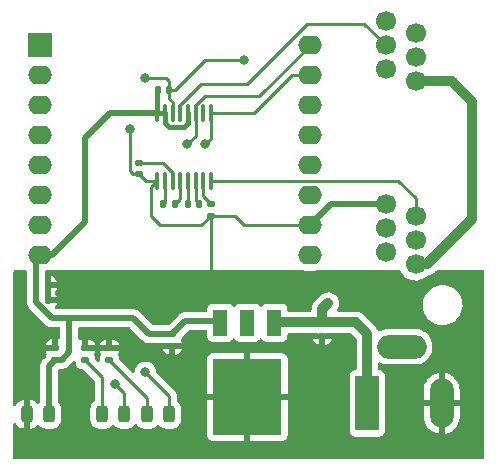
<source format=gtl>
%TF.GenerationSoftware,KiCad,Pcbnew,6.0.6-3a73a75311~116~ubuntu21.10.1*%
%TF.CreationDate,2022-12-30T19:01:53+10:00*%
%TF.ProjectId,SkyEcho2FlarmHat,536b7945-6368-46f3-9246-6c61726d4861,rev?*%
%TF.SameCoordinates,Original*%
%TF.FileFunction,Copper,L1,Top*%
%TF.FilePolarity,Positive*%
%FSLAX46Y46*%
G04 Gerber Fmt 4.6, Leading zero omitted, Abs format (unit mm)*
G04 Created by KiCad (PCBNEW 6.0.6-3a73a75311~116~ubuntu21.10.1) date 2022-12-30 19:01:53*
%MOMM*%
%LPD*%
G01*
G04 APERTURE LIST*
G04 Aperture macros list*
%AMRoundRect*
0 Rectangle with rounded corners*
0 $1 Rounding radius*
0 $2 $3 $4 $5 $6 $7 $8 $9 X,Y pos of 4 corners*
0 Add a 4 corners polygon primitive as box body*
4,1,4,$2,$3,$4,$5,$6,$7,$8,$9,$2,$3,0*
0 Add four circle primitives for the rounded corners*
1,1,$1+$1,$2,$3*
1,1,$1+$1,$4,$5*
1,1,$1+$1,$6,$7*
1,1,$1+$1,$8,$9*
0 Add four rect primitives between the rounded corners*
20,1,$1+$1,$2,$3,$4,$5,0*
20,1,$1+$1,$4,$5,$6,$7,0*
20,1,$1+$1,$6,$7,$8,$9,0*
20,1,$1+$1,$8,$9,$2,$3,0*%
G04 Aperture macros list end*
%TA.AperFunction,ComponentPad*%
%ADD10R,2.000000X4.600000*%
%TD*%
%TA.AperFunction,ComponentPad*%
%ADD11O,2.000000X4.200000*%
%TD*%
%TA.AperFunction,ComponentPad*%
%ADD12O,4.200000X2.000000*%
%TD*%
%TA.AperFunction,SMDPad,CuDef*%
%ADD13RoundRect,0.140000X-0.170000X0.140000X-0.170000X-0.140000X0.170000X-0.140000X0.170000X0.140000X0*%
%TD*%
%TA.AperFunction,ComponentPad*%
%ADD14C,1.700000*%
%TD*%
%TA.AperFunction,SMDPad,CuDef*%
%ADD15RoundRect,0.140000X-0.140000X-0.170000X0.140000X-0.170000X0.140000X0.170000X-0.140000X0.170000X0*%
%TD*%
%TA.AperFunction,SMDPad,CuDef*%
%ADD16RoundRect,0.135000X0.185000X-0.135000X0.185000X0.135000X-0.185000X0.135000X-0.185000X-0.135000X0*%
%TD*%
%TA.AperFunction,SMDPad,CuDef*%
%ADD17RoundRect,0.140000X0.170000X-0.140000X0.170000X0.140000X-0.170000X0.140000X-0.170000X-0.140000X0*%
%TD*%
%TA.AperFunction,SMDPad,CuDef*%
%ADD18RoundRect,0.100000X0.100000X-0.637500X0.100000X0.637500X-0.100000X0.637500X-0.100000X-0.637500X0*%
%TD*%
%TA.AperFunction,ComponentPad*%
%ADD19R,2.000000X2.000000*%
%TD*%
%TA.AperFunction,ComponentPad*%
%ADD20O,2.000000X1.600000*%
%TD*%
%TA.AperFunction,SMDPad,CuDef*%
%ADD21RoundRect,0.243750X-0.243750X-0.456250X0.243750X-0.456250X0.243750X0.456250X-0.243750X0.456250X0*%
%TD*%
%TA.AperFunction,SMDPad,CuDef*%
%ADD22R,1.200000X2.200000*%
%TD*%
%TA.AperFunction,SMDPad,CuDef*%
%ADD23R,5.800000X6.400000*%
%TD*%
%TA.AperFunction,ViaPad*%
%ADD24C,0.800000*%
%TD*%
%TA.AperFunction,Conductor*%
%ADD25C,0.508000*%
%TD*%
%TA.AperFunction,Conductor*%
%ADD26C,0.812800*%
%TD*%
%TA.AperFunction,Conductor*%
%ADD27C,0.254000*%
%TD*%
%TA.AperFunction,Conductor*%
%ADD28C,0.250000*%
%TD*%
%TA.AperFunction,Conductor*%
%ADD29C,0.381000*%
%TD*%
G04 APERTURE END LIST*
D10*
%TO.P,J1,1*%
%TO.N,+BATT*%
X103124000Y-67148000D03*
D11*
%TO.P,J1,2*%
%TO.N,GND*%
X109424000Y-67148000D03*
D12*
%TO.P,J1,3*%
%TO.N,N/C*%
X106024000Y-62348000D03*
%TD*%
D13*
%TO.P,C5,1*%
%TO.N,+3.3V*%
X86614000Y-61291000D03*
%TO.P,C5,2*%
%TO.N,GND*%
X86614000Y-62251000D03*
%TD*%
%TO.P,C4,1*%
%TO.N,+BATT*%
X99314000Y-60452000D03*
%TO.P,C4,2*%
%TO.N,GND*%
X99314000Y-61412000D03*
%TD*%
D14*
%TO.P,J3,6*%
%TO.N,+BATT*%
X107202000Y-55392000D03*
%TO.P,J3,5*%
%TO.N,unconnected-(J3-Pad5)*%
X104662000Y-54372000D03*
%TO.P,J3,4*%
%TO.N,unconnected-(J3-Pad4)*%
X107202000Y-53352000D03*
%TO.P,J3,3*%
%TO.N,unconnected-(J3-Pad3)*%
X104662000Y-52332000D03*
%TO.P,J3,2*%
%TO.N,FLARM_RS232_RX*%
X107202000Y-51312000D03*
%TO.P,J3,1*%
%TO.N,GND*%
X104662000Y-50292000D03*
%TD*%
%TO.P,J2,1*%
%TO.N,GND*%
X104662000Y-34798000D03*
%TO.P,J2,2*%
%TO.N,unconnected-(J2-Pad2)*%
X107202000Y-35818000D03*
%TO.P,J2,3*%
%TO.N,DISP_RS232_TX*%
X104662000Y-36838000D03*
%TO.P,J2,4*%
%TO.N,unconnected-(J2-Pad4)*%
X107202000Y-37858000D03*
%TO.P,J2,5*%
%TO.N,unconnected-(J2-Pad5)*%
X104662000Y-38878000D03*
%TO.P,J2,6*%
%TO.N,+BATT*%
X107202000Y-39898000D03*
%TD*%
D15*
%TO.P,C3,1*%
%TO.N,Net-(C3-Pad1)*%
X87912000Y-50292000D03*
%TO.P,C3,2*%
%TO.N,Net-(C3-Pad2)*%
X88872000Y-50292000D03*
%TD*%
D16*
%TO.P,R2,1*%
%TO.N,Net-(D3-Pad1)*%
X81280000Y-63502000D03*
%TO.P,R2,2*%
%TO.N,GND*%
X81280000Y-62482000D03*
%TD*%
D17*
%TO.P,C6,1*%
%TO.N,+3.3V*%
X76708000Y-63444000D03*
%TO.P,C6,2*%
%TO.N,GND*%
X76708000Y-62484000D03*
%TD*%
D18*
%TO.P,U2,1,~{EN}*%
%TO.N,GND*%
X85327000Y-48328500D03*
%TO.P,U2,2,C1+*%
%TO.N,Net-(C2-Pad1)*%
X85977000Y-48328500D03*
%TO.P,U2,3,V+*%
%TO.N,Net-(C7-Pad1)*%
X86627000Y-48328500D03*
%TO.P,U2,4,C1-*%
%TO.N,Net-(C2-Pad2)*%
X87277000Y-48328500D03*
%TO.P,U2,5,C2+*%
%TO.N,Net-(C3-Pad1)*%
X87927000Y-48328500D03*
%TO.P,U2,6,C2-*%
%TO.N,Net-(C3-Pad2)*%
X88577000Y-48328500D03*
%TO.P,U2,7,V-*%
%TO.N,Net-(C8-Pad2)*%
X89227000Y-48328500D03*
%TO.P,U2,8,RIN*%
%TO.N,FLARM_RS232_RX*%
X89877000Y-48328500D03*
%TO.P,U2,9,ROUT*%
%TO.N,FLARM_TTL_RX*%
X89877000Y-42603500D03*
%TO.P,U2,10,~{INVALID}*%
%TO.N,unconnected-(U2-Pad10)*%
X89227000Y-42603500D03*
%TO.P,U2,11,DIN*%
%TO.N,DISP_TTL_TX*%
X88577000Y-42603500D03*
%TO.P,U2,12,FORCEON*%
%TO.N,+3.3V*%
X87927000Y-42603500D03*
%TO.P,U2,13,DOUT*%
%TO.N,DISP_RS232_TX*%
X87277000Y-42603500D03*
%TO.P,U2,14,GND*%
%TO.N,GND*%
X86627000Y-42603500D03*
%TO.P,U2,15,VCC*%
%TO.N,+3.3V*%
X85977000Y-42603500D03*
%TO.P,U2,16,~{FORCEOFF}*%
X85327000Y-42603500D03*
%TD*%
D15*
%TO.P,C2,1*%
%TO.N,Net-(C2-Pad1)*%
X85852000Y-50292000D03*
%TO.P,C2,2*%
%TO.N,Net-(C2-Pad2)*%
X86812000Y-50292000D03*
%TD*%
D17*
%TO.P,C8,1*%
%TO.N,GND*%
X89888000Y-51252000D03*
%TO.P,C8,2*%
%TO.N,Net-(C8-Pad2)*%
X89888000Y-50292000D03*
%TD*%
D19*
%TO.P,U3,1,~{RST}*%
%TO.N,unconnected-(U3-Pad1)*%
X75415000Y-36830000D03*
D20*
%TO.P,U3,2,A0*%
%TO.N,unconnected-(U3-Pad2)*%
X75415000Y-39370000D03*
%TO.P,U3,3,D0*%
%TO.N,unconnected-(U3-Pad3)*%
X75415000Y-41910000D03*
%TO.P,U3,4,SCK/D5*%
%TO.N,unconnected-(U3-Pad4)*%
X75415000Y-44450000D03*
%TO.P,U3,5,MISO/D6*%
%TO.N,unconnected-(U3-Pad5)*%
X75415000Y-46990000D03*
%TO.P,U3,6,MOSI/D7*%
%TO.N,unconnected-(U3-Pad6)*%
X75415000Y-49530000D03*
%TO.P,U3,7,CS/D8*%
%TO.N,unconnected-(U3-Pad7)*%
X75415000Y-52070000D03*
%TO.P,U3,8,3V3*%
%TO.N,+3.3V*%
X75415000Y-54610000D03*
%TO.P,U3,9,5V*%
%TO.N,unconnected-(U3-Pad9)*%
X98275000Y-54610000D03*
%TO.P,U3,10,GND*%
%TO.N,GND*%
X98275000Y-52070000D03*
%TO.P,U3,11,D4*%
%TO.N,unconnected-(U3-Pad11)*%
X98275000Y-49530000D03*
%TO.P,U3,12,D3*%
%TO.N,unconnected-(U3-Pad12)*%
X98275000Y-46990000D03*
%TO.P,U3,13,SDA/D2*%
%TO.N,unconnected-(U3-Pad13)*%
X98275000Y-44450000D03*
%TO.P,U3,14,SCL/D1*%
%TO.N,unconnected-(U3-Pad14)*%
X98275000Y-41910000D03*
%TO.P,U3,15,RX*%
%TO.N,FLARM_TTL_RX*%
X98275000Y-39370000D03*
%TO.P,U3,16,TX*%
%TO.N,DISP_TTL_TX*%
X98275000Y-36830000D03*
%TD*%
D15*
%TO.P,C9,1*%
%TO.N,+3.3V*%
X75085000Y-58420000D03*
%TO.P,C9,2*%
%TO.N,GND*%
X76045000Y-58420000D03*
%TD*%
D21*
%TO.P,D3,1,K*%
%TO.N,Net-(D3-Pad1)*%
X84485000Y-68072000D03*
%TO.P,D3,2,A*%
%TO.N,FLARM_TTL_RX*%
X86360000Y-68072000D03*
%TD*%
D15*
%TO.P,C1,1*%
%TO.N,+3.3V*%
X85372000Y-40640000D03*
%TO.P,C1,2*%
%TO.N,GND*%
X86332000Y-40640000D03*
%TD*%
D21*
%TO.P,D2,1,K*%
%TO.N,Net-(D2-Pad1)*%
X80675000Y-68072000D03*
%TO.P,D2,2,A*%
%TO.N,DISP_TTL_TX*%
X82550000Y-68072000D03*
%TD*%
%TO.P,D1,1,K*%
%TO.N,GND*%
X74325000Y-68072000D03*
%TO.P,D1,2,A*%
%TO.N,+3.3V*%
X76200000Y-68072000D03*
%TD*%
D13*
%TO.P,C7,1*%
%TO.N,Net-(C7-Pad1)*%
X83792000Y-46792000D03*
%TO.P,C7,2*%
%TO.N,GND*%
X83792000Y-47752000D03*
%TD*%
D16*
%TO.P,R1,1*%
%TO.N,Net-(D2-Pad1)*%
X79248000Y-63502000D03*
%TO.P,R1,2*%
%TO.N,GND*%
X79248000Y-62482000D03*
%TD*%
D15*
%TO.P,C10,1*%
%TO.N,+3.3V*%
X75085000Y-57150000D03*
%TO.P,C10,2*%
%TO.N,GND*%
X76045000Y-57150000D03*
%TD*%
D22*
%TO.P,U1,1,VCC*%
%TO.N,+BATT*%
X95244000Y-60316000D03*
%TO.P,U1,2*%
%TO.N,N/C*%
X92964000Y-60316000D03*
%TO.P,U1,3,OUT*%
%TO.N,+3.3V*%
X90684000Y-60316000D03*
D23*
%TO.P,U1,4,FIN*%
%TO.N,GND*%
X92964000Y-66616000D03*
%TD*%
D24*
%TO.N,+BATT*%
X99822000Y-58674000D03*
%TO.N,GND*%
X92710000Y-38100000D03*
X83058000Y-43942000D03*
X84328000Y-39624000D03*
%TO.N,DISP_TTL_TX*%
X81788000Y-65532000D03*
X87884000Y-45212000D03*
%TO.N,FLARM_TTL_RX*%
X84328000Y-64516000D03*
X89408000Y-45212000D03*
%TD*%
D25*
%TO.N,+3.3V*%
X86614000Y-61291000D02*
X84659000Y-61291000D01*
X84659000Y-61291000D02*
X83312000Y-59944000D01*
X83312000Y-59944000D02*
X77724000Y-59944000D01*
X77880000Y-60100000D02*
X77724000Y-59944000D01*
X77880000Y-60296000D02*
X77880000Y-60100000D01*
X76418957Y-59944000D02*
X75085000Y-58610043D01*
X77724000Y-59944000D02*
X76418957Y-59944000D01*
X86614000Y-61291000D02*
X87707000Y-60198000D01*
X87707000Y-60198000D02*
X90566000Y-60198000D01*
X90566000Y-60198000D02*
X90684000Y-60316000D01*
D26*
%TO.N,+BATT*%
X99314000Y-60296000D02*
X99314000Y-59182000D01*
X99314000Y-59182000D02*
X99822000Y-58674000D01*
D27*
%TO.N,GND*%
X89408000Y-38100000D02*
X92710000Y-38100000D01*
X86868000Y-40640000D02*
X89408000Y-38100000D01*
X86332000Y-40640000D02*
X86868000Y-40640000D01*
D25*
X104662000Y-50292000D02*
X100053000Y-50292000D01*
X100053000Y-50292000D02*
X98275000Y-52070000D01*
D27*
X89888000Y-51252000D02*
X91892000Y-51252000D01*
X91892000Y-51252000D02*
X92710000Y-52070000D01*
X92710000Y-52070000D02*
X98275000Y-52070000D01*
D28*
%TO.N,FLARM_RS232_RX*%
X89877000Y-48328500D02*
X105732500Y-48328500D01*
X105732500Y-48328500D02*
X107202000Y-49798000D01*
X107202000Y-49798000D02*
X107202000Y-51312000D01*
D27*
%TO.N,DISP_RS232_TX*%
X87277000Y-42603500D02*
X87277000Y-41912131D01*
X98044000Y-35052000D02*
X102876000Y-35052000D01*
X87277000Y-41912131D02*
X89057131Y-40132000D01*
X89057131Y-40132000D02*
X92964000Y-40132000D01*
X92964000Y-40132000D02*
X98044000Y-35052000D01*
X102876000Y-35052000D02*
X104662000Y-36838000D01*
D26*
%TO.N,+BATT*%
X107202000Y-55392000D02*
X108184000Y-55392000D01*
X108184000Y-55392000D02*
X112014000Y-51562000D01*
X112014000Y-51562000D02*
X112014000Y-41656000D01*
X112014000Y-41656000D02*
X110256000Y-39898000D01*
X110256000Y-39898000D02*
X107202000Y-39898000D01*
X102135344Y-60296000D02*
X103124000Y-61284656D01*
X103124000Y-61284656D02*
X103124000Y-67148000D01*
D25*
%TO.N,+3.3V*%
X76708000Y-63444000D02*
X77272000Y-63444000D01*
D29*
X85977000Y-43384672D02*
X85977000Y-42603500D01*
X85327000Y-42603500D02*
X85327000Y-40685000D01*
X87927000Y-42603500D02*
X87927000Y-43384672D01*
D25*
X75085000Y-58610043D02*
X75085000Y-58420000D01*
X75085000Y-57150000D02*
X75085000Y-54940000D01*
X81348500Y-42603500D02*
X85327000Y-42603500D01*
X75085000Y-54940000D02*
X75415000Y-54610000D01*
X75415000Y-54610000D02*
X76454000Y-54610000D01*
X77272000Y-63444000D02*
X77880000Y-62836000D01*
D29*
X86323828Y-43731500D02*
X85977000Y-43384672D01*
D25*
X75085000Y-58420000D02*
X75085000Y-57150000D01*
X77880000Y-62836000D02*
X77880000Y-60296000D01*
X76454000Y-54610000D02*
X79248000Y-51816000D01*
D29*
X85327000Y-40685000D02*
X85372000Y-40640000D01*
D25*
X79248000Y-44704000D02*
X81348500Y-42603500D01*
D29*
X85327000Y-42603500D02*
X85977000Y-42603500D01*
X87580172Y-43731500D02*
X86323828Y-43731500D01*
D25*
X76200000Y-63952000D02*
X76708000Y-63444000D01*
D29*
X87927000Y-43384672D02*
X87580172Y-43731500D01*
D25*
X79248000Y-51816000D02*
X79248000Y-44704000D01*
X76200000Y-68072000D02*
X76200000Y-63952000D01*
D27*
%TO.N,GND*%
X83312000Y-47752000D02*
X83058000Y-47498000D01*
X84836000Y-51308000D02*
X85598000Y-52070000D01*
X83058000Y-47498000D02*
X83058000Y-43942000D01*
X84368500Y-48328500D02*
X83792000Y-47752000D01*
X85327000Y-48328500D02*
X84836000Y-48819500D01*
X89070000Y-52070000D02*
X89888000Y-51252000D01*
X89888000Y-56162000D02*
X89535000Y-56515000D01*
X84836000Y-48819500D02*
X84836000Y-51308000D01*
X86360000Y-39878000D02*
X86360000Y-40612000D01*
X85327000Y-48328500D02*
X84368500Y-48328500D01*
X83792000Y-47752000D02*
X83312000Y-47752000D01*
X86332000Y-40640000D02*
X86332000Y-41374000D01*
X85598000Y-52070000D02*
X89070000Y-52070000D01*
X86360000Y-40612000D02*
X86332000Y-40640000D01*
X86332000Y-41374000D02*
X86627000Y-41669000D01*
X89888000Y-51252000D02*
X89888000Y-56162000D01*
X84328000Y-39624000D02*
X86106000Y-39624000D01*
X86106000Y-39624000D02*
X86360000Y-39878000D01*
X86627000Y-41669000D02*
X86627000Y-42603500D01*
%TO.N,Net-(C2-Pad1)*%
X85852000Y-50292000D02*
X85977000Y-50167000D01*
X85977000Y-50167000D02*
X85977000Y-48328500D01*
%TO.N,Net-(C2-Pad2)*%
X87277000Y-49827000D02*
X87277000Y-48328500D01*
X86812000Y-50292000D02*
X87277000Y-49827000D01*
%TO.N,Net-(C3-Pad1)*%
X87912000Y-48343500D02*
X87927000Y-48328500D01*
X87912000Y-50292000D02*
X87912000Y-48343500D01*
%TO.N,Net-(C3-Pad2)*%
X88872000Y-50292000D02*
X88577000Y-49997000D01*
X88577000Y-49997000D02*
X88577000Y-48328500D01*
D26*
%TO.N,+BATT*%
X102135344Y-60296000D02*
X99314000Y-60296000D01*
X95264000Y-60296000D02*
X95244000Y-60316000D01*
X99314000Y-60296000D02*
X95264000Y-60296000D01*
D27*
%TO.N,Net-(C7-Pad1)*%
X86627000Y-47637131D02*
X86627000Y-48328500D01*
X85781869Y-46792000D02*
X86627000Y-47637131D01*
X83792000Y-46792000D02*
X85781869Y-46792000D01*
%TO.N,Net-(C8-Pad2)*%
X89888000Y-50292000D02*
X89227000Y-49631000D01*
X89227000Y-49631000D02*
X89227000Y-48328500D01*
%TO.N,Net-(D2-Pad1)*%
X80675000Y-64929000D02*
X79248000Y-63502000D01*
X80675000Y-68072000D02*
X80675000Y-64929000D01*
%TO.N,DISP_TTL_TX*%
X82550000Y-68072000D02*
X82550000Y-66294000D01*
X88577000Y-44519000D02*
X88577000Y-42603500D01*
X98275000Y-36853000D02*
X98275000Y-36830000D01*
X88577000Y-41912131D02*
X89341131Y-41148000D01*
X89341131Y-41148000D02*
X93980000Y-41148000D01*
X82550000Y-66294000D02*
X81788000Y-65532000D01*
X87884000Y-45212000D02*
X88577000Y-44519000D01*
X93980000Y-41148000D02*
X98275000Y-36853000D01*
X88577000Y-42603500D02*
X88577000Y-41912131D01*
%TO.N,Net-(D3-Pad1)*%
X84485000Y-68072000D02*
X84485000Y-66707000D01*
X84485000Y-66707000D02*
X81280000Y-63502000D01*
%TO.N,FLARM_TTL_RX*%
X96774000Y-39370000D02*
X98275000Y-39370000D01*
X89877000Y-42603500D02*
X93540500Y-42603500D01*
X89877000Y-44743000D02*
X89877000Y-42603500D01*
X86360000Y-68072000D02*
X86360000Y-66548000D01*
X86360000Y-66548000D02*
X84328000Y-64516000D01*
X89408000Y-45212000D02*
X89877000Y-44743000D01*
X93540500Y-42603500D02*
X96774000Y-39370000D01*
%TD*%
%TA.AperFunction,Conductor*%
%TO.N,GND*%
G36*
X74264621Y-55900002D02*
G01*
X74311114Y-55953658D01*
X74322500Y-56006000D01*
X74322500Y-56780282D01*
X74317497Y-56815435D01*
X74301188Y-56871569D01*
X74301187Y-56871574D01*
X74299394Y-56877746D01*
X74298890Y-56884151D01*
X74298889Y-56884156D01*
X74297957Y-56896000D01*
X74296500Y-56914516D01*
X74296500Y-57385484D01*
X74296693Y-57387932D01*
X74296693Y-57387940D01*
X74298451Y-57410271D01*
X74299394Y-57422254D01*
X74301187Y-57428426D01*
X74301188Y-57428431D01*
X74317497Y-57484565D01*
X74322500Y-57519718D01*
X74322500Y-58050282D01*
X74317497Y-58085435D01*
X74301188Y-58141569D01*
X74301187Y-58141574D01*
X74299394Y-58147746D01*
X74298890Y-58154151D01*
X74298889Y-58154156D01*
X74297957Y-58166000D01*
X74296500Y-58184516D01*
X74296500Y-58655484D01*
X74296693Y-58657932D01*
X74296693Y-58657940D01*
X74298102Y-58675833D01*
X74299394Y-58692254D01*
X74315631Y-58748143D01*
X74337753Y-58824286D01*
X74345106Y-58849597D01*
X74351211Y-58859920D01*
X74373284Y-58897243D01*
X74384696Y-58922547D01*
X74384729Y-58922649D01*
X74384731Y-58922653D01*
X74386987Y-58929618D01*
X74390787Y-58935880D01*
X74393325Y-58941423D01*
X74396067Y-58946899D01*
X74398566Y-58953784D01*
X74402581Y-58959908D01*
X74438815Y-59015175D01*
X74441130Y-59018843D01*
X74479227Y-59081624D01*
X74482941Y-59085829D01*
X74482943Y-59085832D01*
X74486667Y-59090048D01*
X74486638Y-59090074D01*
X74489238Y-59093005D01*
X74492042Y-59096359D01*
X74496054Y-59102478D01*
X74501366Y-59107510D01*
X74552586Y-59156031D01*
X74555028Y-59158409D01*
X75832147Y-60435528D01*
X75844534Y-60449941D01*
X75857503Y-60467564D01*
X75863086Y-60472307D01*
X75898012Y-60501979D01*
X75905528Y-60508909D01*
X75911272Y-60514653D01*
X75914146Y-60516927D01*
X75914153Y-60516933D01*
X75933668Y-60532372D01*
X75937072Y-60535163D01*
X75987429Y-60577945D01*
X75987433Y-60577948D01*
X75993008Y-60582684D01*
X75999525Y-60586012D01*
X76004589Y-60589389D01*
X76009813Y-60592616D01*
X76015557Y-60597160D01*
X76022188Y-60600259D01*
X76082039Y-60628232D01*
X76085990Y-60630163D01*
X76151361Y-60663543D01*
X76158476Y-60665284D01*
X76164222Y-60667421D01*
X76170005Y-60669345D01*
X76176636Y-60672444D01*
X76248514Y-60687394D01*
X76252786Y-60688361D01*
X76324069Y-60705804D01*
X76329668Y-60706151D01*
X76329672Y-60706152D01*
X76335287Y-60706500D01*
X76335285Y-60706539D01*
X76339186Y-60706772D01*
X76343545Y-60707161D01*
X76350713Y-60708652D01*
X76358030Y-60708454D01*
X76428534Y-60706546D01*
X76431943Y-60706500D01*
X76991500Y-60706500D01*
X77059621Y-60726502D01*
X77106114Y-60780158D01*
X77117500Y-60832500D01*
X77117500Y-61573542D01*
X77097498Y-61641663D01*
X77043842Y-61688156D01*
X76997531Y-61693928D01*
X76997789Y-61695157D01*
X76980178Y-61698857D01*
X76980175Y-61698891D01*
X76980059Y-61698882D01*
X76964969Y-61702052D01*
X76962000Y-61713513D01*
X76962000Y-62529500D01*
X76941998Y-62597621D01*
X76888342Y-62644114D01*
X76836000Y-62655500D01*
X76472516Y-62655500D01*
X76470068Y-62655693D01*
X76470060Y-62655693D01*
X76442156Y-62657889D01*
X76442151Y-62657890D01*
X76435746Y-62658394D01*
X76336995Y-62687084D01*
X76286016Y-62701894D01*
X76286014Y-62701895D01*
X76278403Y-62704106D01*
X76271581Y-62708141D01*
X76271580Y-62708141D01*
X76250760Y-62720454D01*
X76186621Y-62738000D01*
X75914442Y-62738000D01*
X75900911Y-62741973D01*
X75899776Y-62749871D01*
X75936357Y-62875784D01*
X75942605Y-62890222D01*
X75948016Y-62899372D01*
X75965474Y-62968188D01*
X75948015Y-63027647D01*
X75938106Y-63044403D01*
X75933495Y-63060276D01*
X75909806Y-63141815D01*
X75877904Y-63195758D01*
X75708472Y-63365190D01*
X75694059Y-63377577D01*
X75676436Y-63390546D01*
X75671692Y-63396129D01*
X75671693Y-63396129D01*
X75642021Y-63431055D01*
X75635091Y-63438571D01*
X75629347Y-63444315D01*
X75627073Y-63447189D01*
X75627067Y-63447196D01*
X75611628Y-63466711D01*
X75608837Y-63470115D01*
X75566055Y-63520472D01*
X75566052Y-63520476D01*
X75561316Y-63526051D01*
X75557988Y-63532568D01*
X75554611Y-63537632D01*
X75551384Y-63542856D01*
X75546840Y-63548600D01*
X75536738Y-63570214D01*
X75515768Y-63615082D01*
X75513837Y-63619033D01*
X75480457Y-63684404D01*
X75478716Y-63691519D01*
X75476579Y-63697265D01*
X75474655Y-63703048D01*
X75471556Y-63709679D01*
X75465569Y-63738466D01*
X75456608Y-63781547D01*
X75455639Y-63785829D01*
X75438196Y-63857112D01*
X75437500Y-63868330D01*
X75437461Y-63868328D01*
X75437228Y-63872229D01*
X75436839Y-63876588D01*
X75435348Y-63883756D01*
X75435546Y-63891073D01*
X75437454Y-63961577D01*
X75437500Y-63964986D01*
X75437500Y-67018471D01*
X75417498Y-67086592D01*
X75400673Y-67107488D01*
X75367060Y-67141160D01*
X75367058Y-67141163D01*
X75361883Y-67146347D01*
X75359886Y-67149587D01*
X75303148Y-67189814D01*
X75232225Y-67193047D01*
X75170813Y-67157422D01*
X75163434Y-67148922D01*
X75156718Y-67140448D01*
X75043021Y-67026949D01*
X75031610Y-67017937D01*
X74894846Y-66933635D01*
X74881668Y-66927491D01*
X74728760Y-66876773D01*
X74715394Y-66873907D01*
X74621899Y-66864328D01*
X74615484Y-66864000D01*
X74597115Y-66864000D01*
X74581876Y-66868475D01*
X74580671Y-66869865D01*
X74579000Y-66877548D01*
X74579000Y-69261884D01*
X74583475Y-69277123D01*
X74584865Y-69278328D01*
X74592548Y-69279999D01*
X74615433Y-69279999D01*
X74621952Y-69279662D01*
X74716670Y-69269834D01*
X74730064Y-69266942D01*
X74882865Y-69215964D01*
X74896043Y-69209790D01*
X75032649Y-69125256D01*
X75044050Y-69116220D01*
X75157551Y-69002521D01*
X75163294Y-68995249D01*
X75221211Y-68954186D01*
X75292134Y-68950954D01*
X75353546Y-68986579D01*
X75359340Y-68993254D01*
X75362703Y-68998689D01*
X75486847Y-69122617D01*
X75636171Y-69214661D01*
X75643119Y-69216966D01*
X75643120Y-69216966D01*
X75796134Y-69267719D01*
X75796136Y-69267719D01*
X75802665Y-69269885D01*
X75906269Y-69280500D01*
X76197734Y-69280500D01*
X76493730Y-69280499D01*
X76598629Y-69269616D01*
X76605160Y-69267437D01*
X76605165Y-69267436D01*
X76758078Y-69216420D01*
X76765026Y-69214102D01*
X76914189Y-69121797D01*
X77038117Y-68997653D01*
X77130161Y-68848329D01*
X77137667Y-68825700D01*
X77183219Y-68688366D01*
X77183219Y-68688364D01*
X77185385Y-68681835D01*
X77196000Y-68578231D01*
X77195999Y-67565770D01*
X77185116Y-67460871D01*
X77182937Y-67454340D01*
X77182936Y-67454335D01*
X77131920Y-67301422D01*
X77129602Y-67294474D01*
X77037297Y-67145311D01*
X76999482Y-67107561D01*
X76965403Y-67045280D01*
X76962500Y-67018389D01*
X76962500Y-64332500D01*
X76982502Y-64264379D01*
X77036158Y-64217886D01*
X77088500Y-64206500D01*
X77204624Y-64206500D01*
X77223574Y-64207933D01*
X77237973Y-64210124D01*
X77237979Y-64210124D01*
X77245208Y-64211224D01*
X77252500Y-64210631D01*
X77252503Y-64210631D01*
X77298183Y-64206915D01*
X77308398Y-64206500D01*
X77316525Y-64206500D01*
X77320161Y-64206076D01*
X77320163Y-64206076D01*
X77323615Y-64205673D01*
X77344924Y-64203189D01*
X77349244Y-64202762D01*
X77422426Y-64196809D01*
X77429388Y-64194553D01*
X77435376Y-64193357D01*
X77441333Y-64191949D01*
X77448607Y-64191101D01*
X77455489Y-64188603D01*
X77455493Y-64188602D01*
X77517607Y-64166055D01*
X77521711Y-64164645D01*
X77591575Y-64142013D01*
X77597838Y-64138213D01*
X77603380Y-64135675D01*
X77608856Y-64132933D01*
X77615741Y-64130434D01*
X77677132Y-64090185D01*
X77680800Y-64087870D01*
X77743581Y-64049773D01*
X77747786Y-64046059D01*
X77747789Y-64046057D01*
X77752005Y-64042333D01*
X77752031Y-64042362D01*
X77754962Y-64039762D01*
X77758316Y-64036958D01*
X77764435Y-64032946D01*
X77817989Y-63976413D01*
X77820366Y-63973972D01*
X78204406Y-63589932D01*
X78266718Y-63555906D01*
X78337533Y-63560971D01*
X78394369Y-63603518D01*
X78419180Y-63670038D01*
X78419501Y-63679025D01*
X78419501Y-63701988D01*
X78422371Y-63738466D01*
X78424168Y-63744650D01*
X78464582Y-63883756D01*
X78467731Y-63894596D01*
X78550494Y-64034541D01*
X78665459Y-64149506D01*
X78672280Y-64153540D01*
X78781084Y-64217886D01*
X78805404Y-64232269D01*
X78813015Y-64234480D01*
X78813017Y-64234481D01*
X78861216Y-64248484D01*
X78961534Y-64277629D01*
X78967941Y-64278133D01*
X78967945Y-64278134D01*
X78995556Y-64280307D01*
X78995562Y-64280307D01*
X78998011Y-64280500D01*
X79075577Y-64280500D01*
X79143698Y-64300502D01*
X79164672Y-64317405D01*
X80002595Y-65155328D01*
X80036621Y-65217640D01*
X80039500Y-65244423D01*
X80039500Y-66903305D01*
X80019498Y-66971426D01*
X79979805Y-67010448D01*
X79967036Y-67018350D01*
X79967031Y-67018354D01*
X79960811Y-67022203D01*
X79836883Y-67146347D01*
X79744839Y-67295671D01*
X79742534Y-67302619D01*
X79742534Y-67302620D01*
X79707626Y-67407865D01*
X79689615Y-67462165D01*
X79679000Y-67565769D01*
X79679001Y-68578230D01*
X79689884Y-68683129D01*
X79692063Y-68689660D01*
X79692064Y-68689665D01*
X79702396Y-68720633D01*
X79745398Y-68849526D01*
X79837703Y-68998689D01*
X79961847Y-69122617D01*
X80111171Y-69214661D01*
X80118119Y-69216966D01*
X80118120Y-69216966D01*
X80271134Y-69267719D01*
X80271136Y-69267719D01*
X80277665Y-69269885D01*
X80381269Y-69280500D01*
X80672734Y-69280500D01*
X80968730Y-69280499D01*
X81073629Y-69269616D01*
X81080160Y-69267437D01*
X81080165Y-69267436D01*
X81233078Y-69216420D01*
X81240026Y-69214102D01*
X81389189Y-69121797D01*
X81513117Y-68997653D01*
X81514919Y-68994730D01*
X81571529Y-68954592D01*
X81642452Y-68951358D01*
X81703864Y-68986982D01*
X81709416Y-68993378D01*
X81712703Y-68998689D01*
X81836847Y-69122617D01*
X81986171Y-69214661D01*
X81993119Y-69216966D01*
X81993120Y-69216966D01*
X82146134Y-69267719D01*
X82146136Y-69267719D01*
X82152665Y-69269885D01*
X82256269Y-69280500D01*
X82547734Y-69280500D01*
X82843730Y-69280499D01*
X82948629Y-69269616D01*
X82955160Y-69267437D01*
X82955165Y-69267436D01*
X83108078Y-69216420D01*
X83115026Y-69214102D01*
X83264189Y-69121797D01*
X83388117Y-68997653D01*
X83410286Y-68961688D01*
X83463058Y-68914195D01*
X83533129Y-68902771D01*
X83598253Y-68931045D01*
X83624689Y-68961499D01*
X83647703Y-68998689D01*
X83771847Y-69122617D01*
X83921171Y-69214661D01*
X83928119Y-69216966D01*
X83928120Y-69216966D01*
X84081134Y-69267719D01*
X84081136Y-69267719D01*
X84087665Y-69269885D01*
X84191269Y-69280500D01*
X84482734Y-69280500D01*
X84778730Y-69280499D01*
X84883629Y-69269616D01*
X84890160Y-69267437D01*
X84890165Y-69267436D01*
X85043078Y-69216420D01*
X85050026Y-69214102D01*
X85199189Y-69121797D01*
X85323117Y-68997653D01*
X85324919Y-68994730D01*
X85381529Y-68954592D01*
X85452452Y-68951358D01*
X85513864Y-68986982D01*
X85519416Y-68993378D01*
X85522703Y-68998689D01*
X85646847Y-69122617D01*
X85796171Y-69214661D01*
X85803119Y-69216966D01*
X85803120Y-69216966D01*
X85956134Y-69267719D01*
X85956136Y-69267719D01*
X85962665Y-69269885D01*
X86066269Y-69280500D01*
X86357734Y-69280500D01*
X86653730Y-69280499D01*
X86758629Y-69269616D01*
X86765160Y-69267437D01*
X86765165Y-69267436D01*
X86918078Y-69216420D01*
X86925026Y-69214102D01*
X87074189Y-69121797D01*
X87198117Y-68997653D01*
X87290161Y-68848329D01*
X87297667Y-68825700D01*
X87343219Y-68688366D01*
X87343219Y-68688364D01*
X87345385Y-68681835D01*
X87356000Y-68578231D01*
X87355999Y-67565770D01*
X87345116Y-67460871D01*
X87342937Y-67454340D01*
X87342936Y-67454335D01*
X87291920Y-67301422D01*
X87289602Y-67294474D01*
X87197297Y-67145311D01*
X87073153Y-67021383D01*
X87055384Y-67010430D01*
X87007891Y-66957658D01*
X86995500Y-66903170D01*
X86995500Y-66627032D01*
X86996030Y-66615793D01*
X86997709Y-66608281D01*
X86995562Y-66539969D01*
X86995500Y-66536012D01*
X86995500Y-66508017D01*
X86994992Y-66503994D01*
X86994059Y-66492152D01*
X86993857Y-66485704D01*
X86992665Y-66447795D01*
X86986987Y-66428251D01*
X86982977Y-66408888D01*
X86981420Y-66396560D01*
X86981420Y-66396558D01*
X86980427Y-66388701D01*
X86977511Y-66381337D01*
X86977510Y-66381332D01*
X86964093Y-66347444D01*
X86962874Y-66343885D01*
X89556000Y-66343885D01*
X89560475Y-66359124D01*
X89561865Y-66360329D01*
X89569548Y-66362000D01*
X92691885Y-66362000D01*
X92707124Y-66357525D01*
X92708329Y-66356135D01*
X92710000Y-66348452D01*
X92710000Y-66343885D01*
X93218000Y-66343885D01*
X93222475Y-66359124D01*
X93223865Y-66360329D01*
X93231548Y-66362000D01*
X96353884Y-66362000D01*
X96369123Y-66357525D01*
X96370328Y-66356135D01*
X96371999Y-66348452D01*
X96371999Y-63371331D01*
X96371629Y-63364510D01*
X96366105Y-63313648D01*
X96362479Y-63298396D01*
X96317324Y-63177946D01*
X96308786Y-63162351D01*
X96232285Y-63060276D01*
X96219724Y-63047715D01*
X96117649Y-62971214D01*
X96102054Y-62962676D01*
X95981606Y-62917522D01*
X95966351Y-62913895D01*
X95915486Y-62908369D01*
X95908672Y-62908000D01*
X93236115Y-62908000D01*
X93220876Y-62912475D01*
X93219671Y-62913865D01*
X93218000Y-62921548D01*
X93218000Y-66343885D01*
X92710000Y-66343885D01*
X92710000Y-62926116D01*
X92705525Y-62910877D01*
X92704135Y-62909672D01*
X92696452Y-62908001D01*
X90019331Y-62908001D01*
X90012510Y-62908371D01*
X89961648Y-62913895D01*
X89946396Y-62917521D01*
X89825946Y-62962676D01*
X89810351Y-62971214D01*
X89708276Y-63047715D01*
X89695715Y-63060276D01*
X89619214Y-63162351D01*
X89610676Y-63177946D01*
X89565522Y-63298394D01*
X89561895Y-63313649D01*
X89556369Y-63364514D01*
X89556000Y-63371328D01*
X89556000Y-66343885D01*
X86962874Y-66343885D01*
X86960248Y-66336215D01*
X86952063Y-66308044D01*
X86947869Y-66293607D01*
X86943830Y-66286777D01*
X86937512Y-66276094D01*
X86928812Y-66258336D01*
X86924239Y-66246785D01*
X86924235Y-66246779D01*
X86921319Y-66239412D01*
X86895234Y-66203509D01*
X86888719Y-66193590D01*
X86870174Y-66162232D01*
X86870171Y-66162228D01*
X86866134Y-66155402D01*
X86851750Y-66141018D01*
X86838909Y-66125984D01*
X86831602Y-66115927D01*
X86826942Y-66109513D01*
X86792744Y-66081222D01*
X86783965Y-66073233D01*
X85274790Y-64564057D01*
X85240764Y-64501745D01*
X85238575Y-64488132D01*
X85222232Y-64332635D01*
X85222232Y-64332633D01*
X85221542Y-64326072D01*
X85162527Y-64144444D01*
X85131201Y-64090185D01*
X85109547Y-64052681D01*
X85067040Y-63979056D01*
X85062463Y-63973972D01*
X84943675Y-63842045D01*
X84943674Y-63842044D01*
X84939253Y-63837134D01*
X84803449Y-63738466D01*
X84790094Y-63728763D01*
X84790093Y-63728762D01*
X84784752Y-63724882D01*
X84778724Y-63722198D01*
X84778722Y-63722197D01*
X84616319Y-63649891D01*
X84616318Y-63649891D01*
X84610288Y-63647206D01*
X84516615Y-63627295D01*
X84429944Y-63608872D01*
X84429939Y-63608872D01*
X84423487Y-63607500D01*
X84232513Y-63607500D01*
X84226061Y-63608872D01*
X84226056Y-63608872D01*
X84139385Y-63627295D01*
X84045712Y-63647206D01*
X84039682Y-63649891D01*
X84039681Y-63649891D01*
X83877278Y-63722197D01*
X83877276Y-63722198D01*
X83871248Y-63724882D01*
X83865907Y-63728762D01*
X83865906Y-63728763D01*
X83852551Y-63738466D01*
X83716747Y-63837134D01*
X83712326Y-63842044D01*
X83712325Y-63842045D01*
X83593538Y-63973972D01*
X83588960Y-63979056D01*
X83546453Y-64052681D01*
X83524800Y-64090185D01*
X83493473Y-64144444D01*
X83434458Y-64326072D01*
X83433769Y-64332631D01*
X83433768Y-64332634D01*
X83421017Y-64453955D01*
X83394004Y-64519611D01*
X83335782Y-64560241D01*
X83264837Y-64562944D01*
X83206612Y-64529879D01*
X82145404Y-63468671D01*
X82111378Y-63406359D01*
X82108499Y-63379576D01*
X82108499Y-63302012D01*
X82105629Y-63265534D01*
X82060269Y-63109404D01*
X82028477Y-63055647D01*
X82011018Y-62986834D01*
X82028478Y-62927370D01*
X82055771Y-62881220D01*
X82062019Y-62866783D01*
X82094961Y-62753395D01*
X82094921Y-62739295D01*
X82087651Y-62736000D01*
X81617542Y-62736000D01*
X81582390Y-62730997D01*
X81572647Y-62728166D01*
X81572640Y-62728165D01*
X81566466Y-62726371D01*
X81560059Y-62725867D01*
X81560055Y-62725866D01*
X81532444Y-62723693D01*
X81532438Y-62723693D01*
X81529989Y-62723500D01*
X81280152Y-62723500D01*
X81030012Y-62723501D01*
X80993534Y-62726371D01*
X80987352Y-62728167D01*
X80987347Y-62728168D01*
X80977610Y-62730997D01*
X80942458Y-62736000D01*
X80478100Y-62736000D01*
X80464569Y-62739973D01*
X80463434Y-62747871D01*
X80497981Y-62866783D01*
X80504229Y-62881220D01*
X80531522Y-62927370D01*
X80548982Y-62996187D01*
X80531523Y-63055646D01*
X80499731Y-63109404D01*
X80454371Y-63265534D01*
X80453867Y-63271941D01*
X80453866Y-63271945D01*
X80451693Y-63299556D01*
X80451500Y-63302011D01*
X80451501Y-63470115D01*
X80451501Y-63502576D01*
X80431499Y-63570697D01*
X80377844Y-63617190D01*
X80307570Y-63627295D01*
X80242989Y-63597802D01*
X80236406Y-63591673D01*
X80113404Y-63468672D01*
X80079379Y-63406360D01*
X80076499Y-63379576D01*
X80076499Y-63302012D01*
X80073629Y-63265534D01*
X80028269Y-63109404D01*
X79996477Y-63055647D01*
X79979018Y-62986834D01*
X79996478Y-62927370D01*
X80023771Y-62881220D01*
X80030019Y-62866783D01*
X80062961Y-62753395D01*
X80062921Y-62739295D01*
X80055651Y-62736000D01*
X79585542Y-62736000D01*
X79550390Y-62730997D01*
X79540647Y-62728166D01*
X79540640Y-62728165D01*
X79534466Y-62726371D01*
X79528059Y-62725867D01*
X79528055Y-62725866D01*
X79500444Y-62723693D01*
X79500438Y-62723693D01*
X79497989Y-62723500D01*
X79488070Y-62723500D01*
X79119999Y-62723501D01*
X79051880Y-62703499D01*
X79005387Y-62649844D01*
X78994000Y-62597501D01*
X78994000Y-62516871D01*
X85805776Y-62516871D01*
X85842357Y-62642784D01*
X85848604Y-62657220D01*
X85923876Y-62784499D01*
X85933516Y-62796926D01*
X86038074Y-62901484D01*
X86050501Y-62911124D01*
X86177780Y-62986396D01*
X86192216Y-62992643D01*
X86335641Y-63034312D01*
X86343609Y-63035768D01*
X86357031Y-63032948D01*
X86360000Y-63021487D01*
X86360000Y-63019424D01*
X86868000Y-63019424D01*
X86872344Y-63034219D01*
X86882775Y-63036063D01*
X86892359Y-63034312D01*
X87035784Y-62992643D01*
X87050220Y-62986396D01*
X87177499Y-62911124D01*
X87189926Y-62901484D01*
X87294484Y-62796926D01*
X87304124Y-62784499D01*
X87379396Y-62657220D01*
X87385643Y-62642784D01*
X87420619Y-62522395D01*
X87420579Y-62508295D01*
X87413309Y-62505000D01*
X86886115Y-62505000D01*
X86870876Y-62509475D01*
X86869671Y-62510865D01*
X86868000Y-62518548D01*
X86868000Y-63019424D01*
X86360000Y-63019424D01*
X86360000Y-62523115D01*
X86355525Y-62507876D01*
X86354135Y-62506671D01*
X86346452Y-62505000D01*
X85820442Y-62505000D01*
X85806911Y-62508973D01*
X85805776Y-62516871D01*
X78994000Y-62516871D01*
X78994000Y-62209885D01*
X79502000Y-62209885D01*
X79506475Y-62225124D01*
X79507865Y-62226329D01*
X79515548Y-62228000D01*
X80049900Y-62228000D01*
X80063431Y-62224027D01*
X80064566Y-62216129D01*
X80062961Y-62210605D01*
X80465039Y-62210605D01*
X80465079Y-62224705D01*
X80472349Y-62228000D01*
X81007885Y-62228000D01*
X81023124Y-62223525D01*
X81024329Y-62222135D01*
X81026000Y-62214452D01*
X81026000Y-62209885D01*
X81534000Y-62209885D01*
X81538475Y-62225124D01*
X81539865Y-62226329D01*
X81547548Y-62228000D01*
X82081900Y-62228000D01*
X82095431Y-62224027D01*
X82096566Y-62216129D01*
X82062019Y-62097217D01*
X82055770Y-62082778D01*
X81981146Y-61956595D01*
X81971499Y-61944159D01*
X81867841Y-61840501D01*
X81855405Y-61830854D01*
X81729222Y-61756230D01*
X81714783Y-61749981D01*
X81572564Y-61708662D01*
X81559977Y-61706363D01*
X81552057Y-61705740D01*
X81536970Y-61708910D01*
X81534000Y-61720374D01*
X81534000Y-62209885D01*
X81026000Y-62209885D01*
X81026000Y-61722434D01*
X81021656Y-61707639D01*
X81009997Y-61705579D01*
X81000023Y-61706363D01*
X80987436Y-61708662D01*
X80845217Y-61749981D01*
X80830778Y-61756230D01*
X80704595Y-61830854D01*
X80692159Y-61840501D01*
X80588501Y-61944159D01*
X80578854Y-61956595D01*
X80504230Y-62082778D01*
X80497981Y-62097217D01*
X80465039Y-62210605D01*
X80062961Y-62210605D01*
X80030019Y-62097217D01*
X80023770Y-62082778D01*
X79949146Y-61956595D01*
X79939499Y-61944159D01*
X79835841Y-61840501D01*
X79823405Y-61830854D01*
X79697222Y-61756230D01*
X79682783Y-61749981D01*
X79540564Y-61708662D01*
X79527977Y-61706363D01*
X79520057Y-61705740D01*
X79504970Y-61708910D01*
X79502000Y-61720374D01*
X79502000Y-62209885D01*
X78994000Y-62209885D01*
X78994000Y-61722434D01*
X78989656Y-61707639D01*
X78977997Y-61705579D01*
X78968023Y-61706363D01*
X78955436Y-61708662D01*
X78805604Y-61752193D01*
X78804786Y-61749377D01*
X78748064Y-61756372D01*
X78684089Y-61725586D01*
X78646915Y-61665100D01*
X78642500Y-61632040D01*
X78642500Y-60832500D01*
X78662502Y-60764379D01*
X78716158Y-60717886D01*
X78768500Y-60706500D01*
X82943972Y-60706500D01*
X83012093Y-60726502D01*
X83033067Y-60743405D01*
X84072190Y-61782528D01*
X84084577Y-61796941D01*
X84097546Y-61814564D01*
X84108507Y-61823876D01*
X84138055Y-61848979D01*
X84145571Y-61855909D01*
X84151315Y-61861653D01*
X84154189Y-61863927D01*
X84154196Y-61863933D01*
X84173711Y-61879372D01*
X84177115Y-61882163D01*
X84227472Y-61924945D01*
X84227476Y-61924948D01*
X84233051Y-61929684D01*
X84239568Y-61933012D01*
X84244632Y-61936389D01*
X84249856Y-61939616D01*
X84255600Y-61944160D01*
X84322104Y-61975242D01*
X84326001Y-61977147D01*
X84391404Y-62010543D01*
X84398518Y-62012284D01*
X84404252Y-62014416D01*
X84410048Y-62016344D01*
X84416680Y-62019444D01*
X84488555Y-62034394D01*
X84492839Y-62035364D01*
X84564112Y-62052804D01*
X84569714Y-62053152D01*
X84569717Y-62053152D01*
X84575330Y-62053500D01*
X84575328Y-62053537D01*
X84579227Y-62053773D01*
X84583598Y-62054163D01*
X84590757Y-62055652D01*
X84668577Y-62053546D01*
X84671986Y-62053500D01*
X86244282Y-62053500D01*
X86279435Y-62058503D01*
X86335569Y-62074812D01*
X86335574Y-62074813D01*
X86341746Y-62076606D01*
X86348151Y-62077110D01*
X86348156Y-62077111D01*
X86376060Y-62079307D01*
X86376068Y-62079307D01*
X86378516Y-62079500D01*
X86849484Y-62079500D01*
X86851932Y-62079307D01*
X86851940Y-62079307D01*
X86879844Y-62077111D01*
X86879849Y-62077110D01*
X86886254Y-62076606D01*
X87028208Y-62035365D01*
X87035984Y-62033106D01*
X87035986Y-62033105D01*
X87043597Y-62030894D01*
X87060439Y-62020934D01*
X87071240Y-62014546D01*
X87135379Y-61997000D01*
X87407558Y-61997000D01*
X87421089Y-61993027D01*
X87422224Y-61985129D01*
X87385643Y-61859216D01*
X87379395Y-61844778D01*
X87373984Y-61835628D01*
X87356526Y-61766812D01*
X87373985Y-61707353D01*
X87379858Y-61697421D01*
X87383894Y-61690597D01*
X87412195Y-61593184D01*
X87444096Y-61539242D01*
X87985933Y-60997405D01*
X88048245Y-60963379D01*
X88075028Y-60960500D01*
X89449500Y-60960500D01*
X89517621Y-60980502D01*
X89564114Y-61034158D01*
X89575500Y-61086500D01*
X89575500Y-61464134D01*
X89582255Y-61526316D01*
X89633385Y-61662705D01*
X89720739Y-61779261D01*
X89837295Y-61866615D01*
X89973684Y-61917745D01*
X90035866Y-61924500D01*
X91332134Y-61924500D01*
X91394316Y-61917745D01*
X91530705Y-61866615D01*
X91647261Y-61779261D01*
X91656591Y-61766812D01*
X91723174Y-61677971D01*
X91780033Y-61635456D01*
X91850852Y-61630430D01*
X91913145Y-61664490D01*
X91924826Y-61677971D01*
X91991409Y-61766812D01*
X92000739Y-61779261D01*
X92117295Y-61866615D01*
X92253684Y-61917745D01*
X92315866Y-61924500D01*
X93612134Y-61924500D01*
X93674316Y-61917745D01*
X93810705Y-61866615D01*
X93927261Y-61779261D01*
X93936591Y-61766812D01*
X94003174Y-61677971D01*
X94060033Y-61635456D01*
X94130852Y-61630430D01*
X94193145Y-61664490D01*
X94204826Y-61677971D01*
X94271409Y-61766812D01*
X94280739Y-61779261D01*
X94397295Y-61866615D01*
X94533684Y-61917745D01*
X94595866Y-61924500D01*
X95892134Y-61924500D01*
X95954316Y-61917745D01*
X96090705Y-61866615D01*
X96207261Y-61779261D01*
X96283249Y-61677871D01*
X98505776Y-61677871D01*
X98542357Y-61803784D01*
X98548604Y-61818220D01*
X98623876Y-61945499D01*
X98633516Y-61957926D01*
X98738074Y-62062484D01*
X98750501Y-62072124D01*
X98877780Y-62147396D01*
X98892216Y-62153643D01*
X99035641Y-62195312D01*
X99043609Y-62196768D01*
X99057031Y-62193948D01*
X99060000Y-62182487D01*
X99060000Y-62180424D01*
X99568000Y-62180424D01*
X99572344Y-62195219D01*
X99582775Y-62197063D01*
X99592359Y-62195312D01*
X99735784Y-62153643D01*
X99750220Y-62147396D01*
X99877499Y-62072124D01*
X99889926Y-62062484D01*
X99994484Y-61957926D01*
X100004124Y-61945499D01*
X100079396Y-61818220D01*
X100085643Y-61803784D01*
X100120619Y-61683395D01*
X100120579Y-61669295D01*
X100113309Y-61666000D01*
X99586115Y-61666000D01*
X99570876Y-61670475D01*
X99569671Y-61671865D01*
X99568000Y-61679548D01*
X99568000Y-62180424D01*
X99060000Y-62180424D01*
X99060000Y-61684115D01*
X99055525Y-61668876D01*
X99054135Y-61667671D01*
X99046452Y-61666000D01*
X98520442Y-61666000D01*
X98506911Y-61669973D01*
X98505776Y-61677871D01*
X96283249Y-61677871D01*
X96294615Y-61662705D01*
X96345745Y-61526316D01*
X96352500Y-61464134D01*
X96352500Y-61336900D01*
X96372502Y-61268779D01*
X96426158Y-61222286D01*
X96478500Y-61210900D01*
X98931891Y-61210900D01*
X98967044Y-61215903D01*
X99035569Y-61235812D01*
X99035574Y-61235813D01*
X99041746Y-61237606D01*
X99048151Y-61238110D01*
X99048156Y-61238111D01*
X99076060Y-61240307D01*
X99076068Y-61240307D01*
X99078516Y-61240500D01*
X99549484Y-61240500D01*
X99551932Y-61240307D01*
X99551940Y-61240307D01*
X99579844Y-61238111D01*
X99579849Y-61238110D01*
X99586254Y-61237606D01*
X99592426Y-61235813D01*
X99592431Y-61235812D01*
X99660956Y-61215903D01*
X99696109Y-61210900D01*
X101704190Y-61210900D01*
X101772311Y-61230902D01*
X101793285Y-61247805D01*
X102172195Y-61626715D01*
X102206221Y-61689027D01*
X102209100Y-61715810D01*
X102209100Y-64213500D01*
X102189098Y-64281621D01*
X102135442Y-64328114D01*
X102083100Y-64339500D01*
X102075866Y-64339500D01*
X102013684Y-64346255D01*
X101877295Y-64397385D01*
X101760739Y-64484739D01*
X101673385Y-64601295D01*
X101622255Y-64737684D01*
X101615500Y-64799866D01*
X101615500Y-69496134D01*
X101622255Y-69558316D01*
X101673385Y-69694705D01*
X101760739Y-69811261D01*
X101877295Y-69898615D01*
X102013684Y-69949745D01*
X102075866Y-69956500D01*
X104172134Y-69956500D01*
X104234316Y-69949745D01*
X104370705Y-69898615D01*
X104487261Y-69811261D01*
X104574615Y-69694705D01*
X104625745Y-69558316D01*
X104632500Y-69496134D01*
X104632500Y-68306456D01*
X107916000Y-68306456D01*
X107916202Y-68311488D01*
X107930150Y-68484843D01*
X107931762Y-68494796D01*
X107987233Y-68720633D01*
X107990416Y-68730203D01*
X108081280Y-68944265D01*
X108085955Y-68953207D01*
X108209874Y-69149987D01*
X108215914Y-69158060D01*
X108369703Y-69332500D01*
X108376956Y-69339504D01*
X108556654Y-69487110D01*
X108564936Y-69492866D01*
X108765919Y-69609841D01*
X108775024Y-69614203D01*
X108992115Y-69697537D01*
X109001804Y-69700388D01*
X109152264Y-69731821D01*
X109166325Y-69730698D01*
X109170000Y-69720590D01*
X109170000Y-69718590D01*
X109678000Y-69718590D01*
X109682136Y-69732676D01*
X109695114Y-69734725D01*
X109712830Y-69732675D01*
X109722727Y-69730715D01*
X109946494Y-69667396D01*
X109955938Y-69663884D01*
X110166705Y-69565601D01*
X110175471Y-69560622D01*
X110367802Y-69429913D01*
X110375677Y-69423581D01*
X110544626Y-69263814D01*
X110551387Y-69256305D01*
X110692625Y-69071574D01*
X110698089Y-69063095D01*
X110807978Y-68858153D01*
X110812020Y-68848901D01*
X110887727Y-68629029D01*
X110890236Y-68619257D01*
X110930004Y-68389029D01*
X110930859Y-68381157D01*
X110931936Y-68357449D01*
X110932000Y-68354616D01*
X110932000Y-67420115D01*
X110927525Y-67404876D01*
X110926135Y-67403671D01*
X110918452Y-67402000D01*
X109696115Y-67402000D01*
X109680876Y-67406475D01*
X109679671Y-67407865D01*
X109678000Y-67415548D01*
X109678000Y-69718590D01*
X109170000Y-69718590D01*
X109170000Y-67420115D01*
X109165525Y-67404876D01*
X109164135Y-67403671D01*
X109156452Y-67402000D01*
X107934115Y-67402000D01*
X107918876Y-67406475D01*
X107917671Y-67407865D01*
X107916000Y-67415548D01*
X107916000Y-68306456D01*
X104632500Y-68306456D01*
X104632500Y-66875885D01*
X107916000Y-66875885D01*
X107920475Y-66891124D01*
X107921865Y-66892329D01*
X107929548Y-66894000D01*
X109151885Y-66894000D01*
X109167124Y-66889525D01*
X109168329Y-66888135D01*
X109170000Y-66880452D01*
X109170000Y-66875885D01*
X109678000Y-66875885D01*
X109682475Y-66891124D01*
X109683865Y-66892329D01*
X109691548Y-66894000D01*
X110913885Y-66894000D01*
X110929124Y-66889525D01*
X110930329Y-66888135D01*
X110932000Y-66880452D01*
X110932000Y-65989544D01*
X110931798Y-65984512D01*
X110917850Y-65811157D01*
X110916238Y-65801204D01*
X110860767Y-65575367D01*
X110857584Y-65565797D01*
X110766720Y-65351735D01*
X110762045Y-65342793D01*
X110638126Y-65146013D01*
X110632086Y-65137940D01*
X110478297Y-64963500D01*
X110471044Y-64956496D01*
X110291346Y-64808890D01*
X110283064Y-64803134D01*
X110082081Y-64686159D01*
X110072976Y-64681797D01*
X109855885Y-64598463D01*
X109846196Y-64595612D01*
X109695736Y-64564179D01*
X109681675Y-64565302D01*
X109678000Y-64575410D01*
X109678000Y-66875885D01*
X109170000Y-66875885D01*
X109170000Y-64577410D01*
X109165864Y-64563324D01*
X109152886Y-64561275D01*
X109135170Y-64563325D01*
X109125273Y-64565285D01*
X108901506Y-64628604D01*
X108892062Y-64632116D01*
X108681295Y-64730399D01*
X108672529Y-64735378D01*
X108480198Y-64866087D01*
X108472323Y-64872419D01*
X108303374Y-65032186D01*
X108296613Y-65039695D01*
X108155375Y-65224426D01*
X108149911Y-65232905D01*
X108040022Y-65437847D01*
X108035980Y-65447099D01*
X107960273Y-65666971D01*
X107957764Y-65676743D01*
X107917996Y-65906971D01*
X107917141Y-65914843D01*
X107916064Y-65938551D01*
X107916000Y-65941384D01*
X107916000Y-66875885D01*
X104632500Y-66875885D01*
X104632500Y-64799866D01*
X104625745Y-64737684D01*
X104574615Y-64601295D01*
X104487261Y-64484739D01*
X104370705Y-64397385D01*
X104234316Y-64346255D01*
X104172134Y-64339500D01*
X104164900Y-64339500D01*
X104096779Y-64319498D01*
X104050286Y-64265842D01*
X104038900Y-64213500D01*
X104038900Y-63795651D01*
X104058902Y-63727530D01*
X104112558Y-63681037D01*
X104182832Y-63670933D01*
X104224441Y-63684607D01*
X104294547Y-63722197D01*
X104318109Y-63734831D01*
X104547631Y-63813862D01*
X104646978Y-63831022D01*
X104782926Y-63854504D01*
X104782932Y-63854505D01*
X104786836Y-63855179D01*
X104790797Y-63855359D01*
X104790798Y-63855359D01*
X104814506Y-63856436D01*
X104814525Y-63856436D01*
X104815925Y-63856500D01*
X107185001Y-63856500D01*
X107187509Y-63856298D01*
X107187514Y-63856298D01*
X107360924Y-63842346D01*
X107360929Y-63842345D01*
X107365965Y-63841940D01*
X107370873Y-63840734D01*
X107370876Y-63840734D01*
X107596792Y-63785244D01*
X107601706Y-63784037D01*
X107606358Y-63782062D01*
X107606362Y-63782061D01*
X107795001Y-63701988D01*
X107825156Y-63689188D01*
X107923440Y-63627295D01*
X108026288Y-63562528D01*
X108026291Y-63562526D01*
X108030567Y-63559833D01*
X108133971Y-63468671D01*
X108208858Y-63402650D01*
X108208861Y-63402647D01*
X108212655Y-63399302D01*
X108235138Y-63371931D01*
X108363526Y-63215628D01*
X108363528Y-63215625D01*
X108366734Y-63211722D01*
X108454878Y-63060276D01*
X108486299Y-63006290D01*
X108486300Y-63006288D01*
X108488841Y-63001922D01*
X108517940Y-62926116D01*
X108574020Y-62780022D01*
X108574021Y-62780018D01*
X108575833Y-62775298D01*
X108583213Y-62739973D01*
X108624440Y-62542631D01*
X108624440Y-62542627D01*
X108625474Y-62537680D01*
X108636486Y-62295183D01*
X108628563Y-62226705D01*
X108609167Y-62059071D01*
X108609166Y-62059067D01*
X108608585Y-62054044D01*
X108603300Y-62035365D01*
X108554024Y-61861229D01*
X108542490Y-61820468D01*
X108540356Y-61815892D01*
X108540354Y-61815886D01*
X108442038Y-61605046D01*
X108442036Y-61605042D01*
X108439901Y-61600464D01*
X108303456Y-61399693D01*
X108136668Y-61223319D01*
X107998149Y-61117413D01*
X107947846Y-61078953D01*
X107947842Y-61078950D01*
X107943826Y-61075880D01*
X107729891Y-60961169D01*
X107500369Y-60882138D01*
X107401022Y-60864978D01*
X107265074Y-60841496D01*
X107265068Y-60841495D01*
X107261164Y-60840821D01*
X107257203Y-60840641D01*
X107257202Y-60840641D01*
X107233494Y-60839564D01*
X107233475Y-60839564D01*
X107232075Y-60839500D01*
X104862999Y-60839500D01*
X104860491Y-60839702D01*
X104860486Y-60839702D01*
X104687076Y-60853654D01*
X104687071Y-60853655D01*
X104682035Y-60854060D01*
X104677127Y-60855266D01*
X104677124Y-60855266D01*
X104451208Y-60910756D01*
X104446294Y-60911963D01*
X104441642Y-60913938D01*
X104441638Y-60913939D01*
X104245005Y-60997405D01*
X104222844Y-61006812D01*
X104173987Y-61037579D01*
X104105688Y-61056953D01*
X104037754Y-61036325D01*
X103991757Y-60982244D01*
X103985141Y-60963573D01*
X103984546Y-60961354D01*
X103982838Y-60954979D01*
X103979843Y-60949100D01*
X103979841Y-60949096D01*
X103976373Y-60942290D01*
X103968806Y-60924021D01*
X103966450Y-60916770D01*
X103966449Y-60916768D01*
X103964407Y-60910483D01*
X103929961Y-60850821D01*
X103926815Y-60845027D01*
X103924102Y-60839702D01*
X103895527Y-60783621D01*
X103886565Y-60772554D01*
X103875368Y-60756262D01*
X103868247Y-60743929D01*
X103844798Y-60717886D01*
X103822151Y-60692734D01*
X103817867Y-60687718D01*
X103806923Y-60674203D01*
X103806910Y-60674189D01*
X103804839Y-60671631D01*
X103790215Y-60657007D01*
X103785674Y-60652222D01*
X103743982Y-60605918D01*
X103743981Y-60605917D01*
X103739560Y-60601007D01*
X103728032Y-60592631D01*
X103713000Y-60579792D01*
X102840208Y-59707000D01*
X102827366Y-59691965D01*
X102818993Y-59680440D01*
X102806940Y-59669587D01*
X102767778Y-59634326D01*
X102762993Y-59629785D01*
X102748369Y-59615161D01*
X102732289Y-59602139D01*
X102727283Y-59597864D01*
X102725152Y-59595945D01*
X102676071Y-59551753D01*
X102670357Y-59548454D01*
X102670353Y-59548451D01*
X102663738Y-59544632D01*
X102647444Y-59533434D01*
X102641511Y-59528629D01*
X102641507Y-59528626D01*
X102636379Y-59524474D01*
X102574986Y-59493193D01*
X102569201Y-59490052D01*
X102515233Y-59458893D01*
X102515232Y-59458892D01*
X102509517Y-59455593D01*
X102503240Y-59453554D01*
X102503232Y-59453550D01*
X102495977Y-59451193D01*
X102477708Y-59443626D01*
X102470908Y-59440161D01*
X102470902Y-59440159D01*
X102465021Y-59437162D01*
X102458647Y-59435454D01*
X102458644Y-59435453D01*
X102402598Y-59420436D01*
X102398448Y-59419324D01*
X102392147Y-59417457D01*
X102326610Y-59396163D01*
X102312453Y-59394675D01*
X102293008Y-59391071D01*
X102288935Y-59389980D01*
X102285629Y-59389094D01*
X102285628Y-59389094D01*
X102279254Y-59387386D01*
X102272664Y-59387041D01*
X102272660Y-59387040D01*
X102216268Y-59384085D01*
X102210450Y-59383780D01*
X102203880Y-59383263D01*
X102183296Y-59381100D01*
X102162600Y-59381100D01*
X102156006Y-59380927D01*
X102093790Y-59377666D01*
X102093786Y-59377666D01*
X102087198Y-59377321D01*
X102073130Y-59379549D01*
X102053421Y-59381100D01*
X100690822Y-59381100D01*
X100622701Y-59361098D01*
X100576208Y-59307442D01*
X100566104Y-59237168D01*
X100587969Y-59187126D01*
X100585776Y-59185702D01*
X100589370Y-59180168D01*
X100593526Y-59175036D01*
X100597180Y-59167866D01*
X100677841Y-59009558D01*
X100680837Y-59003678D01*
X100682749Y-58996544D01*
X100728905Y-58824286D01*
X100728905Y-58824284D01*
X100730613Y-58817911D01*
X100731142Y-58807827D01*
X100733996Y-58753371D01*
X107800852Y-58753371D01*
X107802940Y-58841984D01*
X107806701Y-59001570D01*
X107806904Y-59010195D01*
X107818714Y-59076831D01*
X107850793Y-59257837D01*
X107851734Y-59263149D01*
X107853272Y-59267679D01*
X107853272Y-59267680D01*
X107892508Y-59383263D01*
X107934311Y-59506411D01*
X108052733Y-59734383D01*
X108204276Y-59941820D01*
X108294864Y-60032884D01*
X108382078Y-60120557D01*
X108382083Y-60120561D01*
X108385452Y-60123948D01*
X108592093Y-60276575D01*
X108819442Y-60396189D01*
X108823961Y-60397750D01*
X108823967Y-60397752D01*
X109026144Y-60467564D01*
X109062269Y-60480038D01*
X109200525Y-60505288D01*
X109264287Y-60516933D01*
X109314984Y-60526192D01*
X109397186Y-60530500D01*
X109557324Y-60530500D01*
X109559703Y-60530319D01*
X109559704Y-60530319D01*
X109743389Y-60516347D01*
X109743394Y-60516346D01*
X109748156Y-60515984D01*
X109752809Y-60514905D01*
X109752812Y-60514905D01*
X109993752Y-60459057D01*
X109993751Y-60459057D01*
X109998416Y-60457976D01*
X110237023Y-60362782D01*
X110458486Y-60232591D01*
X110657707Y-60070399D01*
X110830103Y-59879939D01*
X110971706Y-59665594D01*
X110988215Y-59629785D01*
X111077252Y-59436648D01*
X111077253Y-59436645D01*
X111079258Y-59432296D01*
X111083234Y-59418474D01*
X111148962Y-59190007D01*
X111148963Y-59190003D01*
X111150283Y-59185414D01*
X111151066Y-59179348D01*
X111182537Y-58935366D01*
X111183148Y-58930629D01*
X111177890Y-58707500D01*
X111177209Y-58678584D01*
X111177208Y-58678579D01*
X111177096Y-58673805D01*
X111146883Y-58503327D01*
X111133101Y-58425560D01*
X111133100Y-58425554D01*
X111132266Y-58420851D01*
X111049689Y-58177589D01*
X110931267Y-57949617D01*
X110779724Y-57742180D01*
X110648811Y-57610579D01*
X110601922Y-57563443D01*
X110601917Y-57563439D01*
X110598548Y-57560052D01*
X110391907Y-57407425D01*
X110385398Y-57404000D01*
X110228054Y-57321218D01*
X110164558Y-57287811D01*
X110160039Y-57286250D01*
X110160033Y-57286248D01*
X109926249Y-57205522D01*
X109926248Y-57205522D01*
X109921731Y-57203962D01*
X109669016Y-57157808D01*
X109586814Y-57153500D01*
X109426676Y-57153500D01*
X109424297Y-57153681D01*
X109424296Y-57153681D01*
X109240611Y-57167653D01*
X109240606Y-57167654D01*
X109235844Y-57168016D01*
X109231191Y-57169095D01*
X109231188Y-57169095D01*
X109074034Y-57205522D01*
X108985584Y-57226024D01*
X108746977Y-57321218D01*
X108525514Y-57451409D01*
X108326293Y-57613601D01*
X108153897Y-57804061D01*
X108012294Y-58018406D01*
X108010293Y-58022746D01*
X108010291Y-58022750D01*
X107936848Y-58182060D01*
X107904742Y-58251704D01*
X107903418Y-58256305D01*
X107903418Y-58256306D01*
X107854726Y-58425560D01*
X107833717Y-58498586D01*
X107833106Y-58503321D01*
X107833105Y-58503327D01*
X107807948Y-58698359D01*
X107800852Y-58753371D01*
X100733996Y-58753371D01*
X100740334Y-58632445D01*
X100740334Y-58632441D01*
X100740679Y-58625854D01*
X100734622Y-58587614D01*
X100711626Y-58442424D01*
X100711626Y-58442423D01*
X100710593Y-58435903D01*
X100680348Y-58357110D01*
X100644040Y-58262525D01*
X100641672Y-58256356D01*
X100536927Y-58095064D01*
X100400936Y-57959073D01*
X100239644Y-57854328D01*
X100137615Y-57815163D01*
X100066264Y-57787774D01*
X100066262Y-57787773D01*
X100060097Y-57785407D01*
X100053577Y-57784374D01*
X100053576Y-57784374D01*
X99876662Y-57756353D01*
X99876661Y-57756353D01*
X99870146Y-57755321D01*
X99863559Y-57755666D01*
X99863555Y-57755666D01*
X99684683Y-57765041D01*
X99684679Y-57765042D01*
X99678089Y-57765387D01*
X99671716Y-57767095D01*
X99671714Y-57767095D01*
X99498696Y-57813455D01*
X99492322Y-57815163D01*
X99486442Y-57818159D01*
X99326845Y-57899477D01*
X99326841Y-57899479D01*
X99320964Y-57902474D01*
X99315835Y-57906627D01*
X99315831Y-57906630D01*
X99262747Y-57949617D01*
X99208975Y-57993161D01*
X98725000Y-58477136D01*
X98709968Y-58489975D01*
X98698440Y-58498351D01*
X98694019Y-58503261D01*
X98694018Y-58503262D01*
X98652326Y-58549566D01*
X98647785Y-58554351D01*
X98633161Y-58568975D01*
X98631089Y-58571534D01*
X98631086Y-58571537D01*
X98620147Y-58585046D01*
X98615869Y-58590056D01*
X98569753Y-58641273D01*
X98566454Y-58646987D01*
X98566451Y-58646991D01*
X98562632Y-58653606D01*
X98551434Y-58669900D01*
X98546629Y-58675833D01*
X98546626Y-58675837D01*
X98542474Y-58680965D01*
X98539477Y-58686847D01*
X98511200Y-58742345D01*
X98508052Y-58748143D01*
X98494988Y-58770771D01*
X98473593Y-58807827D01*
X98471554Y-58814104D01*
X98471550Y-58814112D01*
X98469193Y-58821367D01*
X98461626Y-58839636D01*
X98458161Y-58846436D01*
X98458159Y-58846442D01*
X98455162Y-58852323D01*
X98453454Y-58858697D01*
X98453453Y-58858700D01*
X98437326Y-58918889D01*
X98435457Y-58925197D01*
X98414163Y-58990734D01*
X98412675Y-59004891D01*
X98409071Y-59024336D01*
X98405386Y-59038090D01*
X98405041Y-59044680D01*
X98405040Y-59044684D01*
X98401780Y-59106892D01*
X98401263Y-59113464D01*
X98399100Y-59134048D01*
X98399100Y-59154744D01*
X98398927Y-59161338D01*
X98395787Y-59221257D01*
X98395321Y-59230146D01*
X98396353Y-59236662D01*
X98396699Y-59243264D01*
X98395121Y-59243347D01*
X98387056Y-59305791D01*
X98341339Y-59360109D01*
X98271703Y-59381100D01*
X96478500Y-59381100D01*
X96410379Y-59361098D01*
X96363886Y-59307442D01*
X96352500Y-59255100D01*
X96352500Y-59167866D01*
X96345745Y-59105684D01*
X96294615Y-58969295D01*
X96207261Y-58852739D01*
X96090705Y-58765385D01*
X95954316Y-58714255D01*
X95892134Y-58707500D01*
X94595866Y-58707500D01*
X94533684Y-58714255D01*
X94397295Y-58765385D01*
X94280739Y-58852739D01*
X94275358Y-58859919D01*
X94275357Y-58859920D01*
X94204826Y-58954029D01*
X94147967Y-58996544D01*
X94077148Y-59001570D01*
X94014855Y-58967510D01*
X94003174Y-58954029D01*
X93932643Y-58859920D01*
X93932642Y-58859919D01*
X93927261Y-58852739D01*
X93810705Y-58765385D01*
X93674316Y-58714255D01*
X93612134Y-58707500D01*
X92315866Y-58707500D01*
X92253684Y-58714255D01*
X92117295Y-58765385D01*
X92000739Y-58852739D01*
X91995358Y-58859919D01*
X91995357Y-58859920D01*
X91924826Y-58954029D01*
X91867967Y-58996544D01*
X91797148Y-59001570D01*
X91734855Y-58967510D01*
X91723174Y-58954029D01*
X91652643Y-58859920D01*
X91652642Y-58859919D01*
X91647261Y-58852739D01*
X91530705Y-58765385D01*
X91394316Y-58714255D01*
X91332134Y-58707500D01*
X90035866Y-58707500D01*
X89973684Y-58714255D01*
X89837295Y-58765385D01*
X89720739Y-58852739D01*
X89633385Y-58969295D01*
X89582255Y-59105684D01*
X89575500Y-59167866D01*
X89575500Y-59309500D01*
X89555498Y-59377621D01*
X89501842Y-59424114D01*
X89449500Y-59435500D01*
X87774368Y-59435500D01*
X87755420Y-59434067D01*
X87748033Y-59432943D01*
X87741024Y-59431877D01*
X87741022Y-59431877D01*
X87733792Y-59430777D01*
X87726500Y-59431370D01*
X87726497Y-59431370D01*
X87680825Y-59435085D01*
X87670611Y-59435500D01*
X87662475Y-59435500D01*
X87658840Y-59435924D01*
X87658837Y-59435924D01*
X87640835Y-59438023D01*
X87634084Y-59438810D01*
X87629713Y-59439243D01*
X87618701Y-59440138D01*
X87563872Y-59444597D01*
X87563869Y-59444598D01*
X87556573Y-59445191D01*
X87549611Y-59447446D01*
X87543607Y-59448646D01*
X87537660Y-59450052D01*
X87530393Y-59450899D01*
X87461388Y-59475947D01*
X87457227Y-59477375D01*
X87394387Y-59497732D01*
X87394382Y-59497734D01*
X87387425Y-59499988D01*
X87381173Y-59503782D01*
X87375598Y-59506334D01*
X87370135Y-59509070D01*
X87363259Y-59511566D01*
X87357140Y-59515578D01*
X87301863Y-59551819D01*
X87298159Y-59554156D01*
X87235419Y-59592228D01*
X87226994Y-59599668D01*
X87226969Y-59599640D01*
X87224044Y-59602234D01*
X87220690Y-59605039D01*
X87214565Y-59609054D01*
X87209530Y-59614369D01*
X87209529Y-59614370D01*
X87161012Y-59665586D01*
X87158634Y-59668028D01*
X86335759Y-60490903D01*
X86281831Y-60522801D01*
X86279443Y-60523495D01*
X86244283Y-60528500D01*
X85027028Y-60528500D01*
X84958907Y-60508498D01*
X84937933Y-60491595D01*
X83898810Y-59452472D01*
X83886423Y-59438059D01*
X83881874Y-59431877D01*
X83873454Y-59420436D01*
X83832945Y-59386021D01*
X83825429Y-59379091D01*
X83819685Y-59373347D01*
X83816811Y-59371073D01*
X83816804Y-59371067D01*
X83797289Y-59355628D01*
X83793885Y-59352837D01*
X83743528Y-59310055D01*
X83743524Y-59310052D01*
X83737949Y-59305316D01*
X83731432Y-59301988D01*
X83726368Y-59298611D01*
X83721144Y-59295384D01*
X83715400Y-59290840D01*
X83689109Y-59278552D01*
X83648918Y-59259768D01*
X83644967Y-59257837D01*
X83586117Y-59227787D01*
X83579596Y-59224457D01*
X83572481Y-59222716D01*
X83566735Y-59220579D01*
X83560952Y-59218655D01*
X83554321Y-59215556D01*
X83482443Y-59200606D01*
X83478171Y-59199639D01*
X83406888Y-59182196D01*
X83401289Y-59181849D01*
X83401285Y-59181848D01*
X83395670Y-59181500D01*
X83395672Y-59181461D01*
X83391771Y-59181228D01*
X83387412Y-59180839D01*
X83380244Y-59179348D01*
X83372927Y-59179546D01*
X83302423Y-59181454D01*
X83299014Y-59181500D01*
X77812435Y-59181500D01*
X77801236Y-59181001D01*
X77799406Y-59180838D01*
X77792244Y-59179348D01*
X77722774Y-59181228D01*
X77714423Y-59181454D01*
X77711014Y-59181500D01*
X76808736Y-59181500D01*
X76740615Y-59161498D01*
X76694122Y-59107842D01*
X76684018Y-59037568D01*
X76703475Y-58991730D01*
X76701090Y-58990320D01*
X76780396Y-58856220D01*
X76786643Y-58841784D01*
X76828312Y-58698359D01*
X76829768Y-58690391D01*
X76826948Y-58676969D01*
X76815487Y-58674000D01*
X76279485Y-58674000D01*
X76211364Y-58653998D01*
X76190390Y-58637095D01*
X75910405Y-58357110D01*
X75876379Y-58294798D01*
X75873500Y-58268015D01*
X75873500Y-58184516D01*
X75872043Y-58166000D01*
X75871111Y-58154156D01*
X75871110Y-58154151D01*
X75870617Y-58147885D01*
X76299000Y-58147885D01*
X76303475Y-58163124D01*
X76304865Y-58164329D01*
X76312548Y-58166000D01*
X76813424Y-58166000D01*
X76828219Y-58161656D01*
X76830063Y-58151225D01*
X76828312Y-58141641D01*
X76786643Y-57998216D01*
X76780396Y-57983780D01*
X76701090Y-57849680D01*
X76703977Y-57847973D01*
X76683622Y-57796193D01*
X76697494Y-57726564D01*
X76701392Y-57720499D01*
X76701090Y-57720320D01*
X76780396Y-57586220D01*
X76786643Y-57571784D01*
X76828312Y-57428359D01*
X76829768Y-57420391D01*
X76826948Y-57406969D01*
X76815487Y-57404000D01*
X76317115Y-57404000D01*
X76301876Y-57408475D01*
X76300671Y-57409865D01*
X76299000Y-57417548D01*
X76299000Y-58147885D01*
X75870617Y-58147885D01*
X75870606Y-58147746D01*
X75868813Y-58141574D01*
X75868812Y-58141569D01*
X75852503Y-58085435D01*
X75847500Y-58050282D01*
X75847500Y-57519718D01*
X75852503Y-57484565D01*
X75868812Y-57428431D01*
X75868813Y-57428426D01*
X75870606Y-57422254D01*
X75871550Y-57410271D01*
X75873307Y-57387940D01*
X75873307Y-57387932D01*
X75873500Y-57385484D01*
X75873500Y-56914516D01*
X75872043Y-56896000D01*
X75871111Y-56884156D01*
X75871110Y-56884151D01*
X75870617Y-56877885D01*
X76299000Y-56877885D01*
X76303475Y-56893124D01*
X76304865Y-56894329D01*
X76312548Y-56896000D01*
X76813424Y-56896000D01*
X76828219Y-56891656D01*
X76830063Y-56881225D01*
X76828312Y-56871641D01*
X76786643Y-56728216D01*
X76780396Y-56713780D01*
X76705124Y-56586501D01*
X76695484Y-56574074D01*
X76590926Y-56469516D01*
X76578499Y-56459876D01*
X76451220Y-56384604D01*
X76436784Y-56378357D01*
X76316395Y-56343381D01*
X76302295Y-56343421D01*
X76299000Y-56350691D01*
X76299000Y-56877885D01*
X75870617Y-56877885D01*
X75870606Y-56877746D01*
X75868813Y-56871574D01*
X75868812Y-56871569D01*
X75852503Y-56815435D01*
X75847500Y-56780282D01*
X75847500Y-56006000D01*
X75867502Y-55937879D01*
X75921158Y-55891386D01*
X75973500Y-55880000D01*
X97742461Y-55880000D01*
X97775070Y-55884293D01*
X97846913Y-55903543D01*
X97946480Y-55912254D01*
X98015149Y-55918262D01*
X98015156Y-55918262D01*
X98017873Y-55918500D01*
X98532127Y-55918500D01*
X98534844Y-55918262D01*
X98534851Y-55918262D01*
X98603520Y-55912254D01*
X98703087Y-55903543D01*
X98774930Y-55884293D01*
X98807539Y-55880000D01*
X105849024Y-55880000D01*
X105917145Y-55900002D01*
X105965767Y-55958596D01*
X105983322Y-56001829D01*
X105985266Y-56006616D01*
X106014103Y-56053674D01*
X106075930Y-56154566D01*
X106101987Y-56197088D01*
X106248250Y-56365938D01*
X106420126Y-56508632D01*
X106613000Y-56621338D01*
X106821692Y-56701030D01*
X106826760Y-56702061D01*
X106826763Y-56702062D01*
X106934017Y-56723883D01*
X107040597Y-56745567D01*
X107045772Y-56745757D01*
X107045774Y-56745757D01*
X107258673Y-56753564D01*
X107258677Y-56753564D01*
X107263837Y-56753753D01*
X107268957Y-56753097D01*
X107268959Y-56753097D01*
X107480288Y-56726025D01*
X107480289Y-56726025D01*
X107485416Y-56725368D01*
X107524041Y-56713780D01*
X107694429Y-56662661D01*
X107694434Y-56662659D01*
X107699384Y-56661174D01*
X107899994Y-56562896D01*
X108081860Y-56433173D01*
X108085515Y-56429531D01*
X108085523Y-56429524D01*
X108174302Y-56341055D01*
X108236673Y-56307139D01*
X108250056Y-56304997D01*
X108252537Y-56304737D01*
X108259106Y-56304220D01*
X108264924Y-56303915D01*
X108321316Y-56300960D01*
X108321320Y-56300959D01*
X108327910Y-56300614D01*
X108334284Y-56298906D01*
X108334285Y-56298906D01*
X108337591Y-56298020D01*
X108341664Y-56296929D01*
X108361109Y-56293325D01*
X108375266Y-56291837D01*
X108440803Y-56270543D01*
X108447104Y-56268676D01*
X108470874Y-56262307D01*
X108507300Y-56252547D01*
X108507303Y-56252546D01*
X108513677Y-56250838D01*
X108519558Y-56247841D01*
X108519564Y-56247839D01*
X108526364Y-56244374D01*
X108544633Y-56236807D01*
X108551888Y-56234450D01*
X108551896Y-56234446D01*
X108558173Y-56232407D01*
X108617857Y-56197948D01*
X108623642Y-56194807D01*
X108685035Y-56163526D01*
X108690163Y-56159374D01*
X108690167Y-56159371D01*
X108696100Y-56154566D01*
X108712394Y-56143368D01*
X108719009Y-56139549D01*
X108719013Y-56139546D01*
X108724727Y-56136247D01*
X108775944Y-56090131D01*
X108780945Y-56085861D01*
X108797025Y-56072839D01*
X108811649Y-56058215D01*
X108816434Y-56053674D01*
X108862738Y-56011982D01*
X108862739Y-56011981D01*
X108867649Y-56007560D01*
X108876025Y-55996032D01*
X108888864Y-55981000D01*
X108952959Y-55916905D01*
X109015271Y-55882879D01*
X109042054Y-55880000D01*
X112903500Y-55880000D01*
X112971621Y-55900002D01*
X113018114Y-55953658D01*
X113029500Y-56006000D01*
X113029500Y-71756000D01*
X113009498Y-71824121D01*
X112955842Y-71870614D01*
X112903500Y-71882000D01*
X73278500Y-71882000D01*
X73210379Y-71861998D01*
X73163886Y-71808342D01*
X73152500Y-71756000D01*
X73152500Y-69860669D01*
X89556001Y-69860669D01*
X89556371Y-69867490D01*
X89561895Y-69918352D01*
X89565521Y-69933604D01*
X89610676Y-70054054D01*
X89619214Y-70069649D01*
X89695715Y-70171724D01*
X89708276Y-70184285D01*
X89810351Y-70260786D01*
X89825946Y-70269324D01*
X89946394Y-70314478D01*
X89961649Y-70318105D01*
X90012514Y-70323631D01*
X90019328Y-70324000D01*
X92691885Y-70324000D01*
X92707124Y-70319525D01*
X92708329Y-70318135D01*
X92710000Y-70310452D01*
X92710000Y-70305884D01*
X93218000Y-70305884D01*
X93222475Y-70321123D01*
X93223865Y-70322328D01*
X93231548Y-70323999D01*
X95908669Y-70323999D01*
X95915490Y-70323629D01*
X95966352Y-70318105D01*
X95981604Y-70314479D01*
X96102054Y-70269324D01*
X96117649Y-70260786D01*
X96219724Y-70184285D01*
X96232285Y-70171724D01*
X96308786Y-70069649D01*
X96317324Y-70054054D01*
X96362478Y-69933606D01*
X96366105Y-69918351D01*
X96371631Y-69867486D01*
X96372000Y-69860672D01*
X96372000Y-66888115D01*
X96367525Y-66872876D01*
X96366135Y-66871671D01*
X96358452Y-66870000D01*
X93236115Y-66870000D01*
X93220876Y-66874475D01*
X93219671Y-66875865D01*
X93218000Y-66883548D01*
X93218000Y-70305884D01*
X92710000Y-70305884D01*
X92710000Y-66888115D01*
X92705525Y-66872876D01*
X92704135Y-66871671D01*
X92696452Y-66870000D01*
X89574116Y-66870000D01*
X89558877Y-66874475D01*
X89557672Y-66875865D01*
X89556001Y-66883548D01*
X89556001Y-69860669D01*
X73152500Y-69860669D01*
X73152500Y-68893821D01*
X73172502Y-68825700D01*
X73226158Y-68779207D01*
X73296432Y-68769103D01*
X73361012Y-68798597D01*
X73392601Y-68840370D01*
X73399708Y-68855541D01*
X73484244Y-68992149D01*
X73493280Y-69003550D01*
X73606979Y-69117051D01*
X73618390Y-69126063D01*
X73755154Y-69210365D01*
X73768332Y-69216509D01*
X73921240Y-69267227D01*
X73934606Y-69270093D01*
X74028101Y-69279672D01*
X74034516Y-69280000D01*
X74052885Y-69280000D01*
X74068124Y-69275525D01*
X74069329Y-69274135D01*
X74071000Y-69266452D01*
X74071000Y-66882116D01*
X74066525Y-66866877D01*
X74065135Y-66865672D01*
X74057452Y-66864001D01*
X74034567Y-66864001D01*
X74028048Y-66864338D01*
X73933330Y-66874166D01*
X73919936Y-66877058D01*
X73767135Y-66928036D01*
X73753957Y-66934210D01*
X73617351Y-67018744D01*
X73605950Y-67027780D01*
X73492449Y-67141479D01*
X73483437Y-67152890D01*
X73399137Y-67289651D01*
X73392695Y-67303466D01*
X73345778Y-67356751D01*
X73277501Y-67376212D01*
X73209541Y-67355670D01*
X73163475Y-67301648D01*
X73152500Y-67250216D01*
X73152500Y-62212605D01*
X75901381Y-62212605D01*
X75901421Y-62226705D01*
X75908691Y-62230000D01*
X76435885Y-62230000D01*
X76451124Y-62225525D01*
X76452329Y-62224135D01*
X76454000Y-62216452D01*
X76454000Y-61715576D01*
X76449656Y-61700781D01*
X76439225Y-61698937D01*
X76429641Y-61700688D01*
X76286216Y-61742357D01*
X76271780Y-61748604D01*
X76144501Y-61823876D01*
X76132074Y-61833516D01*
X76027516Y-61938074D01*
X76017876Y-61950501D01*
X75942604Y-62077780D01*
X75936357Y-62092216D01*
X75901381Y-62212605D01*
X73152500Y-62212605D01*
X73152500Y-56006000D01*
X73172502Y-55937879D01*
X73226158Y-55891386D01*
X73278500Y-55880000D01*
X74196500Y-55880000D01*
X74264621Y-55900002D01*
G37*
%TD.AperFunction*%
%TD*%
M02*

</source>
